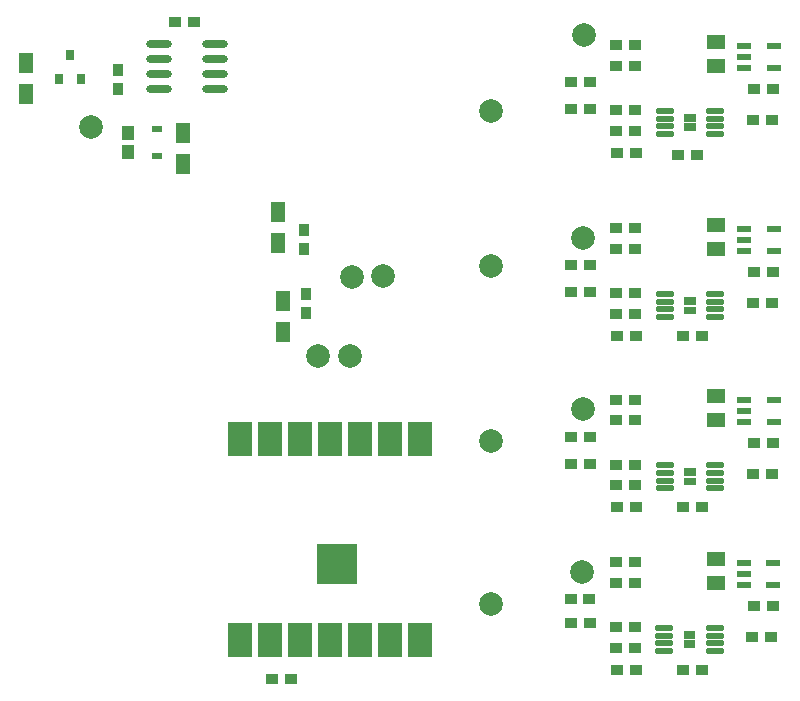
<source format=gbp>
G04*
G04 #@! TF.GenerationSoftware,Altium Limited,Altium Designer,24.8.2 (39)*
G04*
G04 Layer_Color=128*
%FSLAX44Y44*%
%MOMM*%
G71*
G04*
G04 #@! TF.SameCoordinates,DE467F84-66AF-4C6A-BC95-973404F0CDF1*
G04*
G04*
G04 #@! TF.FilePolarity,Positive*
G04*
G01*
G75*
%ADD24C,2.0000*%
%ADD28R,1.0000X0.9500*%
G04:AMPARAMS|DCode=29|XSize=1.47mm|YSize=0.48mm|CornerRadius=0.06mm|HoleSize=0mm|Usage=FLASHONLY|Rotation=0.000|XOffset=0mm|YOffset=0mm|HoleType=Round|Shape=RoundedRectangle|*
%AMROUNDEDRECTD29*
21,1,1.4700,0.3600,0,0,0.0*
21,1,1.3500,0.4800,0,0,0.0*
1,1,0.1200,0.6750,-0.1800*
1,1,0.1200,-0.6750,-0.1800*
1,1,0.1200,-0.6750,0.1800*
1,1,0.1200,0.6750,0.1800*
%
%ADD29ROUNDEDRECTD29*%
G04:AMPARAMS|DCode=30|XSize=1.21mm|YSize=0.59mm|CornerRadius=0.0738mm|HoleSize=0mm|Usage=FLASHONLY|Rotation=0.000|XOffset=0mm|YOffset=0mm|HoleType=Round|Shape=RoundedRectangle|*
%AMROUNDEDRECTD30*
21,1,1.2100,0.4425,0,0,0.0*
21,1,1.0625,0.5900,0,0,0.0*
1,1,0.1475,0.5313,-0.2213*
1,1,0.1475,-0.5313,-0.2213*
1,1,0.1475,-0.5313,0.2213*
1,1,0.1475,0.5313,0.2213*
%
%ADD30ROUNDEDRECTD30*%
%ADD31R,0.9500X1.0000*%
%ADD34R,1.6002X1.2700*%
%ADD35R,1.2300X1.8000*%
%ADD40R,0.8300X0.6300*%
%ADD85R,2.0000X3.0000*%
%ADD86R,2.0000X3.0000*%
%ADD87R,3.5000X3.5000*%
%ADD88O,2.2000X0.6000*%
%ADD89R,0.8000X0.9000*%
%ADD90R,1.0582X1.3061*%
G36*
X633478Y56338D02*
X623778D01*
Y49838D01*
X633478D01*
Y56338D01*
D02*
G37*
G36*
Y64338D02*
X623778D01*
Y57838D01*
X633478D01*
Y64338D01*
D02*
G37*
G36*
X633699Y194083D02*
X623999D01*
Y187583D01*
X633699D01*
Y194083D01*
D02*
G37*
G36*
Y202083D02*
X623999D01*
Y195583D01*
X633699D01*
Y202083D01*
D02*
G37*
G36*
Y339083D02*
X623999D01*
Y332583D01*
X633699D01*
Y339083D01*
D02*
G37*
G36*
Y347083D02*
X623999D01*
Y340583D01*
X633699D01*
Y347083D01*
D02*
G37*
G36*
Y494083D02*
X623999D01*
Y487583D01*
X633699D01*
Y494083D01*
D02*
G37*
G36*
Y502083D02*
X623999D01*
Y495583D01*
X633699D01*
Y502083D01*
D02*
G37*
D24*
X539000Y569000D02*
D03*
X368629Y364767D02*
D03*
X460000Y505000D02*
D03*
Y373534D02*
D03*
Y225000D02*
D03*
Y87255D02*
D03*
X343000Y364000D02*
D03*
X341000Y297000D02*
D03*
X314000D02*
D03*
X538000Y252000D02*
D03*
X537779Y114255D02*
D03*
X538000Y397000D02*
D03*
X122000Y491000D02*
D03*
D28*
X582500Y487750D02*
D03*
X566500D02*
D03*
X544000Y374000D02*
D03*
X528000D02*
D03*
X566500Y405250D02*
D03*
X582500D02*
D03*
X291000Y24000D02*
D03*
X275000D02*
D03*
X697779Y59255D02*
D03*
X681779D02*
D03*
X527932Y71240D02*
D03*
X543932D02*
D03*
X683279Y85506D02*
D03*
X699279D02*
D03*
X527779Y91255D02*
D03*
X543779D02*
D03*
X566278Y50005D02*
D03*
X582279D02*
D03*
X582279Y122506D02*
D03*
X566279D02*
D03*
X622779Y31256D02*
D03*
X638778D02*
D03*
X566278Y67505D02*
D03*
X582279D02*
D03*
X582779Y31256D02*
D03*
X566779D02*
D03*
X566278Y105006D02*
D03*
X582279D02*
D03*
X566500Y260250D02*
D03*
X582500D02*
D03*
X618849Y467000D02*
D03*
X634849D02*
D03*
X544000Y229000D02*
D03*
X528000D02*
D03*
X544000Y206000D02*
D03*
X528000D02*
D03*
Y529000D02*
D03*
X544000D02*
D03*
X528000Y506000D02*
D03*
X544000D02*
D03*
X682000Y197000D02*
D03*
X698000D02*
D03*
X699500Y223250D02*
D03*
X683500D02*
D03*
X582500Y560250D02*
D03*
X566500D02*
D03*
X683500Y523250D02*
D03*
X699500D02*
D03*
X698000Y497000D02*
D03*
X682000D02*
D03*
X582500Y187750D02*
D03*
X566500D02*
D03*
X639000Y169000D02*
D03*
X623000D02*
D03*
X566500Y542750D02*
D03*
X582500D02*
D03*
Y242750D02*
D03*
X566500D02*
D03*
X567000Y169000D02*
D03*
X583000D02*
D03*
X582500Y205250D02*
D03*
X566500D02*
D03*
Y332750D02*
D03*
X582500D02*
D03*
X566500Y350250D02*
D03*
X582500D02*
D03*
X583000Y314000D02*
D03*
X567000D02*
D03*
X528000Y351000D02*
D03*
X544000D02*
D03*
X566500Y387750D02*
D03*
X582500D02*
D03*
X583000Y469000D02*
D03*
X567000D02*
D03*
X566500Y505250D02*
D03*
X582500D02*
D03*
X623000Y314000D02*
D03*
X639000D02*
D03*
X698000Y342000D02*
D03*
X682000D02*
D03*
X683500Y368250D02*
D03*
X699500D02*
D03*
X209000Y580000D02*
D03*
X193000D02*
D03*
D29*
X650128Y47338D02*
D03*
Y53838D02*
D03*
Y60338D02*
D03*
Y66838D02*
D03*
X607128D02*
D03*
Y60338D02*
D03*
Y53838D02*
D03*
Y47338D02*
D03*
X650349Y185083D02*
D03*
Y191583D02*
D03*
Y198083D02*
D03*
Y204583D02*
D03*
X607349D02*
D03*
Y198083D02*
D03*
Y191583D02*
D03*
Y185083D02*
D03*
X650349Y330083D02*
D03*
Y336583D02*
D03*
Y343083D02*
D03*
Y349583D02*
D03*
X607349D02*
D03*
Y343083D02*
D03*
Y336583D02*
D03*
Y330083D02*
D03*
X650349Y485083D02*
D03*
Y491583D02*
D03*
Y498083D02*
D03*
Y504583D02*
D03*
X607349D02*
D03*
Y498083D02*
D03*
Y491583D02*
D03*
Y485083D02*
D03*
D30*
X699590Y103288D02*
D03*
Y122289D02*
D03*
X674490D02*
D03*
Y112788D02*
D03*
Y103288D02*
D03*
X699811Y386033D02*
D03*
Y405033D02*
D03*
X674712D02*
D03*
Y395533D02*
D03*
Y386033D02*
D03*
Y541033D02*
D03*
Y550533D02*
D03*
Y560033D02*
D03*
X699811D02*
D03*
Y541033D02*
D03*
Y241033D02*
D03*
Y260033D02*
D03*
X674712D02*
D03*
Y250533D02*
D03*
Y241033D02*
D03*
D31*
X302000Y403800D02*
D03*
Y387800D02*
D03*
X303416Y333779D02*
D03*
Y349779D02*
D03*
X145000Y539000D02*
D03*
Y523000D02*
D03*
D34*
X651117Y105345D02*
D03*
Y125666D02*
D03*
X651338Y263410D02*
D03*
Y243090D02*
D03*
Y543090D02*
D03*
Y563410D02*
D03*
Y408410D02*
D03*
Y388090D02*
D03*
D35*
X284000Y317800D02*
D03*
Y344000D02*
D03*
X280000Y392900D02*
D03*
Y419100D02*
D03*
X200000Y459900D02*
D03*
Y486100D02*
D03*
X67000Y518900D02*
D03*
Y545100D02*
D03*
D40*
X178000Y466850D02*
D03*
Y489150D02*
D03*
D85*
X247800Y227000D02*
D03*
D86*
X324000D02*
D03*
X298600D02*
D03*
X273200D02*
D03*
X349400D02*
D03*
X374800D02*
D03*
X400200D02*
D03*
X247800Y57000D02*
D03*
X273200D02*
D03*
X298600D02*
D03*
X349400D02*
D03*
X374800D02*
D03*
X400200D02*
D03*
X324000D02*
D03*
D87*
X330000Y121000D02*
D03*
D88*
X179000Y522950D02*
D03*
Y535650D02*
D03*
Y548350D02*
D03*
Y561050D02*
D03*
X227000Y522950D02*
D03*
Y535650D02*
D03*
Y548350D02*
D03*
Y561050D02*
D03*
D89*
X104000Y552000D02*
D03*
X94500Y532000D02*
D03*
X113500D02*
D03*
D90*
X153000Y485761D02*
D03*
Y470239D02*
D03*
M02*

</source>
